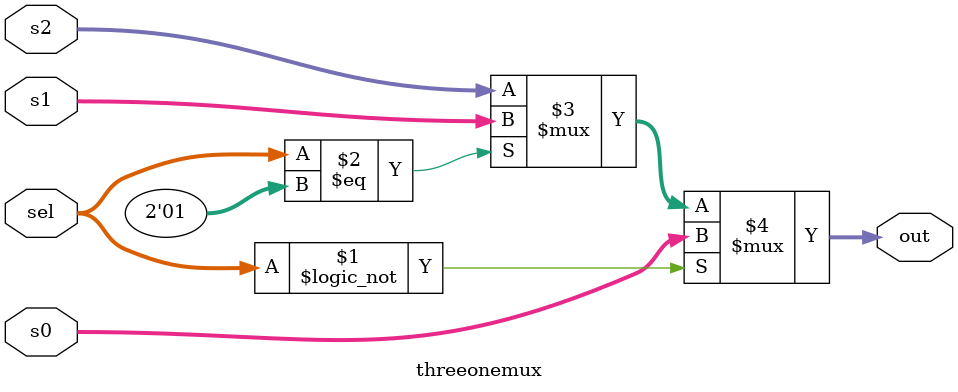
<source format=v>
module threeonemux (
    input [1:0] sel,
    input [31:0] s0,
    input [31:0] s1,
    input [31:0] s2,
    output [31:0] out
);
    assign out = (sel == 0) ? s0 : (sel == 1) ? s1 : s2;
endmodule

</source>
